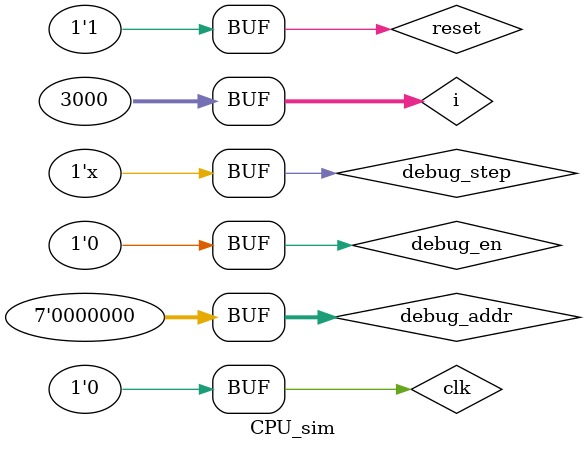
<source format=v>
`timescale 1ns / 1ps


module CPU_sim;

	// Inputs
	reg debug_en;
	reg debug_step;
	reg [6:0] debug_addr;
	reg clk;
	reg reset;

	// Outputs
	wire [31:0] debug_data;

	// Instantiate the Unit Under Test (UUT)
	CPU uut (
		.debug_en(debug_en), 
		.debug_step(debug_step), 
		.debug_addr(debug_addr), 
		.debug_data(debug_data), 
		.clk(clk), 
		.reset(reset)
	);

	initial begin
		// Initialize Inputs
		debug_en = 0;
		debug_step = 1;
		debug_addr = 0;
		clk = 0;
		reset = 1;
		#15;
	end
	
	
	integer i;
	always@* begin
		for(i=0;i<3000;i=i+1) begin
			debug_step = ~ debug_step;
			#10;
		end
	end
		


      
endmodule


</source>
